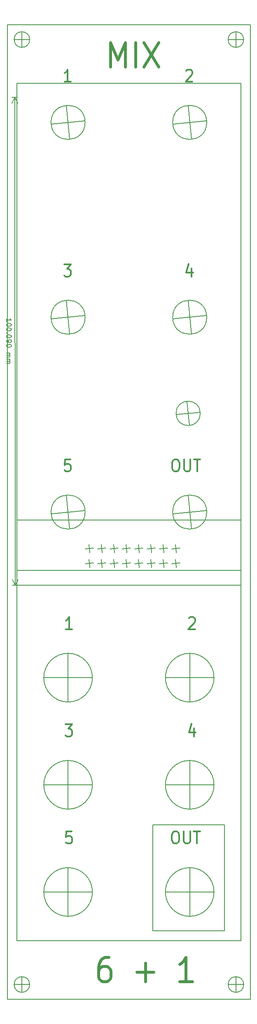
<source format=gbr>
%TF.GenerationSoftware,KiCad,Pcbnew,(5.1.9)-1*%
%TF.CreationDate,2021-08-22T20:59:49+01:00*%
%TF.ProjectId,KOSMOS Simple Mixer,4b4f534d-4f53-4205-9369-6d706c65204d,rev?*%
%TF.SameCoordinates,Original*%
%TF.FileFunction,OtherDrawing,Comment*%
%FSLAX46Y46*%
G04 Gerber Fmt 4.6, Leading zero omitted, Abs format (unit mm)*
G04 Created by KiCad (PCBNEW (5.1.9)-1) date 2021-08-22 20:59:49*
%MOMM*%
%LPD*%
G01*
G04 APERTURE LIST*
%ADD10C,0.150000*%
%ADD11C,0.312500*%
%ADD12C,0.625000*%
%ADD13C,0.200000*%
G04 APERTURE END LIST*
D10*
X16206950Y-75337823D02*
X16206836Y-74766394D01*
X16206893Y-75052109D02*
X17206893Y-75051909D01*
X17064016Y-74956699D01*
X16968759Y-74861480D01*
X16921121Y-74766252D01*
X17207073Y-75956671D02*
X17207092Y-76051909D01*
X17159492Y-76147156D01*
X17111883Y-76194785D01*
X17016654Y-76242423D01*
X16826188Y-76290080D01*
X16588092Y-76290128D01*
X16397607Y-76242547D01*
X16302359Y-76194947D01*
X16254731Y-76147337D01*
X16207092Y-76052109D01*
X16207073Y-75956871D01*
X16254673Y-75861623D01*
X16302283Y-75813994D01*
X16397512Y-75766356D01*
X16587978Y-75718699D01*
X16826073Y-75718652D01*
X17016559Y-75766233D01*
X17111807Y-75813833D01*
X17159435Y-75861442D01*
X17207073Y-75956671D01*
X17207264Y-76909052D02*
X17207283Y-77004290D01*
X17159683Y-77099537D01*
X17112073Y-77147166D01*
X17016845Y-77194804D01*
X16826378Y-77242461D01*
X16588283Y-77242509D01*
X16397797Y-77194928D01*
X16302549Y-77147328D01*
X16254921Y-77099718D01*
X16207283Y-77004490D01*
X16207264Y-76909251D01*
X16254864Y-76814004D01*
X16302473Y-76766375D01*
X16397702Y-76718737D01*
X16588169Y-76671080D01*
X16826264Y-76671033D01*
X17016749Y-76718614D01*
X17111997Y-76766214D01*
X17159626Y-76813823D01*
X17207264Y-76909052D01*
X16302654Y-77671137D02*
X16255045Y-77718766D01*
X16207416Y-77671156D01*
X16255026Y-77623528D01*
X16302654Y-77671137D01*
X16207416Y-77671156D01*
X17207549Y-78337623D02*
X17207568Y-78432861D01*
X17159968Y-78528109D01*
X17112359Y-78575737D01*
X17017130Y-78623375D01*
X16826663Y-78671032D01*
X16588568Y-78671080D01*
X16398082Y-78623499D01*
X16302835Y-78575899D01*
X16255206Y-78528290D01*
X16207568Y-78433061D01*
X16207549Y-78337823D01*
X16255149Y-78242575D01*
X16302759Y-78194947D01*
X16397987Y-78147309D01*
X16588454Y-78099652D01*
X16826549Y-78099604D01*
X17017035Y-78147185D01*
X17112283Y-78194785D01*
X17159911Y-78242394D01*
X17207549Y-78337623D01*
X16207711Y-79147347D02*
X16207749Y-79337823D01*
X16255387Y-79433051D01*
X16303016Y-79480661D01*
X16445892Y-79575871D01*
X16636378Y-79623451D01*
X17017330Y-79623375D01*
X17112559Y-79575737D01*
X17160168Y-79528109D01*
X17207768Y-79432861D01*
X17207730Y-79242385D01*
X17160092Y-79147156D01*
X17112463Y-79099547D01*
X17017216Y-79051947D01*
X16779121Y-79051994D01*
X16683892Y-79099632D01*
X16636282Y-79147261D01*
X16588682Y-79242509D01*
X16588720Y-79432985D01*
X16636359Y-79528213D01*
X16683987Y-79575823D01*
X16779235Y-79623423D01*
X17207930Y-80242385D02*
X17207949Y-80337623D01*
X17160349Y-80432871D01*
X17112739Y-80480499D01*
X17017511Y-80528137D01*
X16827044Y-80575794D01*
X16588949Y-80575842D01*
X16398463Y-80528261D01*
X16303216Y-80480661D01*
X16255587Y-80433051D01*
X16207949Y-80337823D01*
X16207930Y-80242585D01*
X16255530Y-80147337D01*
X16303139Y-80099709D01*
X16398368Y-80052070D01*
X16588835Y-80004413D01*
X16826930Y-80004366D01*
X17017416Y-80051947D01*
X17112663Y-80099547D01*
X17160292Y-80147156D01*
X17207930Y-80242385D01*
X16208234Y-81766394D02*
X16874901Y-81766261D01*
X16779663Y-81766280D02*
X16827291Y-81813890D01*
X16874930Y-81909118D01*
X16874958Y-82051975D01*
X16827358Y-82147223D01*
X16732129Y-82194861D01*
X16208320Y-82194966D01*
X16732129Y-82194861D02*
X16827377Y-82242461D01*
X16875015Y-82337690D01*
X16875044Y-82480547D01*
X16827444Y-82575794D01*
X16732215Y-82623432D01*
X16208406Y-82623537D01*
X16208501Y-83099728D02*
X16875167Y-83099594D01*
X16779929Y-83099613D02*
X16827558Y-83147223D01*
X16875196Y-83242451D01*
X16875224Y-83385309D01*
X16827624Y-83480556D01*
X16732396Y-83528194D01*
X16208586Y-83528299D01*
X16732396Y-83528194D02*
X16827644Y-83575794D01*
X16875282Y-83671023D01*
X16875310Y-83813880D01*
X16827710Y-83909128D01*
X16732482Y-83956766D01*
X16208672Y-83956870D01*
X17950140Y-29340092D02*
X17970140Y-129430092D01*
X18410000Y-29340000D02*
X17363719Y-29340209D01*
X18430000Y-129430000D02*
X17383719Y-129430209D01*
X17970140Y-129430092D02*
X17383494Y-128303705D01*
X17970140Y-129430092D02*
X18556336Y-128303471D01*
X17950140Y-29340092D02*
X17363944Y-30466713D01*
X17950140Y-29340092D02*
X18536786Y-30466479D01*
D11*
X29716854Y-138508791D02*
X28431140Y-138508791D01*
X29073997Y-138508791D02*
X29073997Y-136008791D01*
X28859711Y-136365934D01*
X28645426Y-136604029D01*
X28431140Y-136723077D01*
X28041929Y-63617434D02*
X29434786Y-63617434D01*
X28684786Y-64569815D01*
X29006215Y-64569815D01*
X29220501Y-64688862D01*
X29327643Y-64807910D01*
X29434786Y-65046005D01*
X29434786Y-65641243D01*
X29327643Y-65879339D01*
X29220501Y-65998386D01*
X29006215Y-66117434D01*
X28363358Y-66117434D01*
X28149072Y-65998386D01*
X28041929Y-65879339D01*
D12*
X37604692Y-23071325D02*
X37604692Y-18071325D01*
X39104692Y-21642754D01*
X40604692Y-18071325D01*
X40604692Y-23071325D01*
X42747549Y-23071325D02*
X42747549Y-18071325D01*
X44461835Y-18071325D02*
X47461835Y-23071325D01*
X47461835Y-18071325D02*
X44461835Y-23071325D01*
X37230255Y-205823100D02*
X36373112Y-205823100D01*
X35944540Y-206061196D01*
X35730255Y-206299291D01*
X35301683Y-207013576D01*
X35087397Y-207965957D01*
X35087397Y-209870719D01*
X35301683Y-210346910D01*
X35515969Y-210585005D01*
X35944540Y-210823100D01*
X36801683Y-210823100D01*
X37230255Y-210585005D01*
X37444540Y-210346910D01*
X37658826Y-209870719D01*
X37658826Y-208680243D01*
X37444540Y-208204053D01*
X37230255Y-207965957D01*
X36801683Y-207727862D01*
X35944540Y-207727862D01*
X35515969Y-207965957D01*
X35301683Y-208204053D01*
X35087397Y-208680243D01*
X43015969Y-208918338D02*
X46444540Y-208918338D01*
X44730255Y-210823100D02*
X44730255Y-207013576D01*
X54373112Y-210823100D02*
X51801683Y-210823100D01*
X53087397Y-210823100D02*
X53087397Y-205823100D01*
X52658826Y-206537386D01*
X52230255Y-207013576D01*
X51801683Y-207251672D01*
D11*
X28323997Y-158008791D02*
X29716854Y-158008791D01*
X28966854Y-158961172D01*
X29288283Y-158961172D01*
X29502569Y-159080219D01*
X29609711Y-159199267D01*
X29716854Y-159437362D01*
X29716854Y-160032600D01*
X29609711Y-160270696D01*
X29502569Y-160389743D01*
X29288283Y-160508791D01*
X28645426Y-160508791D01*
X28431140Y-160389743D01*
X28323997Y-160270696D01*
X29716854Y-138508791D02*
X28431140Y-138508791D01*
X29073997Y-138508791D02*
X29073997Y-136008791D01*
X28859711Y-136365934D01*
X28645426Y-136604029D01*
X28431140Y-136723077D01*
D12*
X37230255Y-205823100D02*
X36373112Y-205823100D01*
X35944540Y-206061196D01*
X35730255Y-206299291D01*
X35301683Y-207013576D01*
X35087397Y-207965957D01*
X35087397Y-209870719D01*
X35301683Y-210346910D01*
X35515969Y-210585005D01*
X35944540Y-210823100D01*
X36801683Y-210823100D01*
X37230255Y-210585005D01*
X37444540Y-210346910D01*
X37658826Y-209870719D01*
X37658826Y-208680243D01*
X37444540Y-208204053D01*
X37230255Y-207965957D01*
X36801683Y-207727862D01*
X35944540Y-207727862D01*
X35515969Y-207965957D01*
X35301683Y-208204053D01*
X35087397Y-208680243D01*
X43015969Y-208918338D02*
X46444540Y-208918338D01*
X44730255Y-210823100D02*
X44730255Y-207013576D01*
X54373112Y-210823100D02*
X51801683Y-210823100D01*
X53087397Y-210823100D02*
X53087397Y-205823100D01*
X52658826Y-206537386D01*
X52230255Y-207013576D01*
X51801683Y-207251672D01*
D11*
X53149072Y-23855529D02*
X53256215Y-23736482D01*
X53470501Y-23617434D01*
X54006215Y-23617434D01*
X54220501Y-23736482D01*
X54327643Y-23855529D01*
X54434786Y-24093624D01*
X54434786Y-24331720D01*
X54327643Y-24688862D01*
X53041929Y-26117434D01*
X54434786Y-26117434D01*
X29327643Y-103617434D02*
X28256215Y-103617434D01*
X28149072Y-104807910D01*
X28256215Y-104688862D01*
X28470501Y-104569815D01*
X29006215Y-104569815D01*
X29220501Y-104688862D01*
X29327643Y-104807910D01*
X29434786Y-105046005D01*
X29434786Y-105641243D01*
X29327643Y-105879339D01*
X29220501Y-105998386D01*
X29006215Y-106117434D01*
X28470501Y-106117434D01*
X28256215Y-105998386D01*
X28149072Y-105879339D01*
D12*
X37604692Y-23071325D02*
X37604692Y-18071325D01*
X39104692Y-21642754D01*
X40604692Y-18071325D01*
X40604692Y-23071325D01*
X42747549Y-23071325D02*
X42747549Y-18071325D01*
X44461835Y-18071325D02*
X47461835Y-23071325D01*
X47461835Y-18071325D02*
X44461835Y-23071325D01*
D11*
X29434786Y-26117434D02*
X28149072Y-26117434D01*
X28791929Y-26117434D02*
X28791929Y-23617434D01*
X28577643Y-23974577D01*
X28363358Y-24212672D01*
X28149072Y-24331720D01*
X53709107Y-136246886D02*
X53816250Y-136127839D01*
X54030536Y-136008791D01*
X54566250Y-136008791D01*
X54780536Y-136127839D01*
X54887678Y-136246886D01*
X54994821Y-136484981D01*
X54994821Y-136723077D01*
X54887678Y-137080219D01*
X53601964Y-138508791D01*
X54994821Y-138508791D01*
X29609711Y-180008791D02*
X28538283Y-180008791D01*
X28431140Y-181199267D01*
X28538283Y-181080219D01*
X28752569Y-180961172D01*
X29288283Y-180961172D01*
X29502569Y-181080219D01*
X29609711Y-181199267D01*
X29716854Y-181437362D01*
X29716854Y-182032600D01*
X29609711Y-182270696D01*
X29502569Y-182389743D01*
X29288283Y-182508791D01*
X28752569Y-182508791D01*
X28538283Y-182389743D01*
X28431140Y-182270696D01*
X28323997Y-158008791D02*
X29716854Y-158008791D01*
X28966854Y-158961172D01*
X29288283Y-158961172D01*
X29502569Y-159080219D01*
X29609711Y-159199267D01*
X29716854Y-159437362D01*
X29716854Y-160032600D01*
X29609711Y-160270696D01*
X29502569Y-160389743D01*
X29288283Y-160508791D01*
X28645426Y-160508791D01*
X28431140Y-160389743D01*
X28323997Y-160270696D01*
X29609711Y-180008791D02*
X28538283Y-180008791D01*
X28431140Y-181199267D01*
X28538283Y-181080219D01*
X28752569Y-180961172D01*
X29288283Y-180961172D01*
X29502569Y-181080219D01*
X29609711Y-181199267D01*
X29716854Y-181437362D01*
X29716854Y-182032600D01*
X29609711Y-182270696D01*
X29502569Y-182389743D01*
X29288283Y-182508791D01*
X28752569Y-182508791D01*
X28538283Y-182389743D01*
X28431140Y-182270696D01*
X50789229Y-103617434D02*
X51217801Y-103617434D01*
X51432086Y-103736482D01*
X51646372Y-103974577D01*
X51753515Y-104450767D01*
X51753515Y-105284101D01*
X51646372Y-105760291D01*
X51432086Y-105998386D01*
X51217801Y-106117434D01*
X50789229Y-106117434D01*
X50574944Y-105998386D01*
X50360658Y-105760291D01*
X50253515Y-105284101D01*
X50253515Y-104450767D01*
X50360658Y-103974577D01*
X50574944Y-103736482D01*
X50789229Y-103617434D01*
X52717801Y-103617434D02*
X52717801Y-105641243D01*
X52824944Y-105879339D01*
X52932086Y-105998386D01*
X53146372Y-106117434D01*
X53574944Y-106117434D01*
X53789229Y-105998386D01*
X53896372Y-105879339D01*
X54003515Y-105641243D01*
X54003515Y-103617434D01*
X54753515Y-103617434D02*
X56039229Y-103617434D01*
X55396372Y-106117434D02*
X55396372Y-103617434D01*
X54220501Y-64450767D02*
X54220501Y-66117434D01*
X53684786Y-63498386D02*
X53149072Y-65284101D01*
X54541929Y-65284101D01*
X53149072Y-23855529D02*
X53256215Y-23736482D01*
X53470501Y-23617434D01*
X54006215Y-23617434D01*
X54220501Y-23736482D01*
X54327643Y-23855529D01*
X54434786Y-24093624D01*
X54434786Y-24331720D01*
X54327643Y-24688862D01*
X53041929Y-26117434D01*
X54434786Y-26117434D01*
X28041929Y-63617434D02*
X29434786Y-63617434D01*
X28684786Y-64569815D01*
X29006215Y-64569815D01*
X29220501Y-64688862D01*
X29327643Y-64807910D01*
X29434786Y-65046005D01*
X29434786Y-65641243D01*
X29327643Y-65879339D01*
X29220501Y-65998386D01*
X29006215Y-66117434D01*
X28363358Y-66117434D01*
X28149072Y-65998386D01*
X28041929Y-65879339D01*
X54780536Y-158842124D02*
X54780536Y-160508791D01*
X54244821Y-157889743D02*
X53709107Y-159675458D01*
X55101964Y-159675458D01*
X54780536Y-158842124D02*
X54780536Y-160508791D01*
X54244821Y-157889743D02*
X53709107Y-159675458D01*
X55101964Y-159675458D01*
X29434786Y-26117434D02*
X28149072Y-26117434D01*
X28791929Y-26117434D02*
X28791929Y-23617434D01*
X28577643Y-23974577D01*
X28363358Y-24212672D01*
X28149072Y-24331720D01*
X53709107Y-136246886D02*
X53816250Y-136127839D01*
X54030536Y-136008791D01*
X54566250Y-136008791D01*
X54780536Y-136127839D01*
X54887678Y-136246886D01*
X54994821Y-136484981D01*
X54994821Y-136723077D01*
X54887678Y-137080219D01*
X53601964Y-138508791D01*
X54994821Y-138508791D01*
X50743794Y-180008791D02*
X51172366Y-180008791D01*
X51386651Y-180127839D01*
X51600937Y-180365934D01*
X51708080Y-180842124D01*
X51708080Y-181675458D01*
X51600937Y-182151648D01*
X51386651Y-182389743D01*
X51172366Y-182508791D01*
X50743794Y-182508791D01*
X50529509Y-182389743D01*
X50315223Y-182151648D01*
X50208080Y-181675458D01*
X50208080Y-180842124D01*
X50315223Y-180365934D01*
X50529509Y-180127839D01*
X50743794Y-180008791D01*
X52672366Y-180008791D02*
X52672366Y-182032600D01*
X52779509Y-182270696D01*
X52886651Y-182389743D01*
X53100937Y-182508791D01*
X53529509Y-182508791D01*
X53743794Y-182389743D01*
X53850937Y-182270696D01*
X53958080Y-182032600D01*
X53958080Y-180008791D01*
X54708080Y-180008791D02*
X55993794Y-180008791D01*
X55350937Y-182508791D02*
X55350937Y-180008791D01*
X54220501Y-64450767D02*
X54220501Y-66117434D01*
X53684786Y-63498386D02*
X53149072Y-65284101D01*
X54541929Y-65284101D01*
X50743794Y-180008791D02*
X51172366Y-180008791D01*
X51386651Y-180127839D01*
X51600937Y-180365934D01*
X51708080Y-180842124D01*
X51708080Y-181675458D01*
X51600937Y-182151648D01*
X51386651Y-182389743D01*
X51172366Y-182508791D01*
X50743794Y-182508791D01*
X50529509Y-182389743D01*
X50315223Y-182151648D01*
X50208080Y-181675458D01*
X50208080Y-180842124D01*
X50315223Y-180365934D01*
X50529509Y-180127839D01*
X50743794Y-180008791D01*
X52672366Y-180008791D02*
X52672366Y-182032600D01*
X52779509Y-182270696D01*
X52886651Y-182389743D01*
X53100937Y-182508791D01*
X53529509Y-182508791D01*
X53743794Y-182389743D01*
X53850937Y-182270696D01*
X53958080Y-182032600D01*
X53958080Y-180008791D01*
X54708080Y-180008791D02*
X55993794Y-180008791D01*
X55350937Y-182508791D02*
X55350937Y-180008791D01*
X29327643Y-103617434D02*
X28256215Y-103617434D01*
X28149072Y-104807910D01*
X28256215Y-104688862D01*
X28470501Y-104569815D01*
X29006215Y-104569815D01*
X29220501Y-104688862D01*
X29327643Y-104807910D01*
X29434786Y-105046005D01*
X29434786Y-105641243D01*
X29327643Y-105879339D01*
X29220501Y-105998386D01*
X29006215Y-106117434D01*
X28470501Y-106117434D01*
X28256215Y-105998386D01*
X28149072Y-105879339D01*
X50789229Y-103617434D02*
X51217801Y-103617434D01*
X51432086Y-103736482D01*
X51646372Y-103974577D01*
X51753515Y-104450767D01*
X51753515Y-105284101D01*
X51646372Y-105760291D01*
X51432086Y-105998386D01*
X51217801Y-106117434D01*
X50789229Y-106117434D01*
X50574944Y-105998386D01*
X50360658Y-105760291D01*
X50253515Y-105284101D01*
X50253515Y-104450767D01*
X50360658Y-103974577D01*
X50574944Y-103736482D01*
X50789229Y-103617434D01*
X52717801Y-103617434D02*
X52717801Y-105641243D01*
X52824944Y-105879339D01*
X52932086Y-105998386D01*
X53146372Y-106117434D01*
X53574944Y-106117434D01*
X53789229Y-105998386D01*
X53896372Y-105879339D01*
X54003515Y-105641243D01*
X54003515Y-103617434D01*
X54753515Y-103617434D02*
X56039229Y-103617434D01*
X55396372Y-106117434D02*
X55396372Y-103617434D01*
D13*
X20970000Y-211450000D02*
G75*
G03*
X20970000Y-211450000I-1600000J0D01*
G01*
X61770000Y-211450000D02*
X64970000Y-211450000D01*
X38206300Y-124099999D02*
X38373699Y-125799999D01*
X63370000Y-15849999D02*
X63370000Y-19049999D01*
X51117466Y-94425368D02*
X55983966Y-93959092D01*
X53316466Y-91756968D02*
X53794866Y-96613568D01*
X51839999Y-124865999D02*
X50139999Y-125034000D01*
X56056299Y-94191695D02*
G75*
G03*
X56056299Y-94191695I-2500000J0D01*
G01*
X46759999Y-124865999D02*
X45059999Y-125034000D01*
X57303399Y-34111799D02*
X50436599Y-34788199D01*
X43286299Y-124099999D02*
X43453699Y-125799999D01*
X36600000Y-124865999D02*
X34900000Y-125034000D01*
X49299999Y-124865999D02*
X47599999Y-125034000D01*
X19370000Y-15849999D02*
X19370000Y-19049999D01*
X48366299Y-124099999D02*
X48533699Y-125799999D01*
X17770000Y-211450000D02*
X20970000Y-211450000D01*
X64970000Y-17450000D02*
G75*
G03*
X64970000Y-17450000I-1600000J0D01*
G01*
X44220000Y-124865999D02*
X42519999Y-125034000D01*
X20970000Y-17450000D02*
G75*
G03*
X20970000Y-17450000I-1600000J0D01*
G01*
X45826299Y-124099999D02*
X45993699Y-125799999D01*
X19370000Y-209849999D02*
X19370000Y-213049999D01*
X50906299Y-124099999D02*
X51073699Y-125799999D01*
X57303399Y-114111799D02*
X50436599Y-114788199D01*
X17770000Y-17450000D02*
X20970000Y-17450000D01*
X41680000Y-124865999D02*
X39979999Y-125034000D01*
X53531800Y-31016599D02*
X54208199Y-37883399D01*
X63370000Y-209849999D02*
X63370000Y-213049999D01*
X61770000Y-17450000D02*
X64970000Y-17450000D01*
X64970000Y-211450000D02*
G75*
G03*
X64970000Y-211450000I-1600000J0D01*
G01*
X40746299Y-124099999D02*
X40913700Y-125799999D01*
X34059999Y-124865999D02*
X32359999Y-125034000D01*
X39139999Y-124865999D02*
X37440000Y-125034000D01*
X53531800Y-71016599D02*
X54208199Y-77883399D01*
X53531800Y-111016599D02*
X54208199Y-117883399D01*
X57303399Y-74111799D02*
X50436599Y-74788199D01*
X35666300Y-124099999D02*
X35833699Y-125799999D01*
X33126299Y-124099999D02*
X33293699Y-125799999D01*
X57370000Y-34450000D02*
G75*
G03*
X57370000Y-34450000I-3500000J0D01*
G01*
X57370000Y-74450000D02*
G75*
G03*
X57370000Y-74450000I-3500000J0D01*
G01*
X57370000Y-114450000D02*
G75*
G03*
X57370000Y-114450000I-3500000J0D01*
G01*
X64970000Y-17450000D02*
G75*
G03*
X64970000Y-17450000I-1600000J0D01*
G01*
X19370000Y-15849999D02*
X19370000Y-19049999D01*
X63370000Y-209849999D02*
X63370000Y-213049999D01*
X32370000Y-114450000D02*
G75*
G03*
X32370000Y-114450000I-3500000J0D01*
G01*
X32303399Y-114111799D02*
X25436599Y-114788199D01*
X28531800Y-111016599D02*
X29208199Y-117883399D01*
X32303399Y-34111799D02*
X25436599Y-34788199D01*
X28870000Y-143450000D02*
X28870000Y-153450000D01*
X48870000Y-170450000D02*
X58870000Y-170450000D01*
X23870000Y-192450000D02*
X33870000Y-192450000D01*
X33870000Y-192450000D02*
G75*
G03*
X33870000Y-192450000I-5000000J0D01*
G01*
X20970000Y-17450000D02*
G75*
G03*
X20970000Y-17450000I-1600000J0D01*
G01*
X44220000Y-121865999D02*
X42519999Y-122034000D01*
X32370000Y-74450000D02*
G75*
G03*
X32370000Y-74450000I-3500000J0D01*
G01*
X23870000Y-148450000D02*
X33870000Y-148450000D01*
X58870000Y-148450000D02*
G75*
G03*
X58870000Y-148450000I-5000000J0D01*
G01*
X28870000Y-187450000D02*
X28870000Y-197450000D01*
X66370000Y-214450000D02*
X66370000Y-14450000D01*
X45826299Y-121099999D02*
X45993699Y-122799999D01*
X28870000Y-165450000D02*
X28870000Y-175450000D01*
X58870000Y-170450000D02*
G75*
G03*
X58870000Y-170450000I-5000000J0D01*
G01*
X53870000Y-143450000D02*
X53870000Y-153450000D01*
X32303399Y-74111799D02*
X25436599Y-74788199D01*
X48870000Y-148450000D02*
X58870000Y-148450000D01*
X28531800Y-71016599D02*
X29208199Y-77883399D01*
X32370000Y-34450000D02*
G75*
G03*
X32370000Y-34450000I-3500000J0D01*
G01*
X28531800Y-31016599D02*
X29208199Y-37883399D01*
X63370000Y-15849999D02*
X63370000Y-19049999D01*
X46248724Y-200422546D02*
X46248724Y-178670035D01*
X60987045Y-200422546D02*
X46248724Y-200422546D01*
X60987045Y-178670035D02*
X60987045Y-200422546D01*
X48366299Y-121099999D02*
X48533699Y-122799999D01*
X18370000Y-116131839D02*
X18370000Y-202450000D01*
X17770000Y-211450000D02*
X20970000Y-211450000D01*
X43286299Y-121099999D02*
X43453699Y-122799999D01*
X46248724Y-178670035D02*
X60987045Y-178670035D01*
X33870000Y-148450000D02*
G75*
G03*
X33870000Y-148450000I-5000000J0D01*
G01*
X23870000Y-170450000D02*
X33870000Y-170450000D01*
X16370000Y-14450000D02*
X16370000Y-214450000D01*
X64970000Y-211450000D02*
G75*
G03*
X64970000Y-211450000I-1600000J0D01*
G01*
X33870000Y-170450000D02*
G75*
G03*
X33870000Y-170450000I-5000000J0D01*
G01*
X53870000Y-165450000D02*
X53870000Y-175450000D01*
X53870000Y-187450000D02*
X53870000Y-197450000D01*
X64370000Y-202450000D02*
X64370000Y-116131839D01*
X48870000Y-192450000D02*
X58870000Y-192450000D01*
X58870000Y-192450000D02*
G75*
G03*
X58870000Y-192450000I-5000000J0D01*
G01*
X16370000Y-214450000D02*
X66370000Y-214450000D01*
X19370000Y-209849999D02*
X19370000Y-213049999D01*
X17770000Y-17450000D02*
X20970000Y-17450000D01*
X61770000Y-211450000D02*
X64970000Y-211450000D01*
X46759999Y-121865999D02*
X45059999Y-122034000D01*
X64370000Y-116131839D02*
X18370000Y-116131839D01*
X18370000Y-202450000D02*
X64370000Y-202450000D01*
X18370000Y-26450000D02*
X18370000Y-126450000D01*
X64370000Y-26450000D02*
X18370000Y-26450000D01*
X18370000Y-129450000D02*
X64370000Y-129450000D01*
X64370000Y-126450000D02*
X64370000Y-26450000D01*
X66370000Y-14450000D02*
X16370000Y-14450000D01*
X61770000Y-17450000D02*
X64970000Y-17450000D01*
X49299999Y-121865999D02*
X47599999Y-122034000D01*
X51839999Y-121865999D02*
X50139999Y-122034000D01*
X50906299Y-121099999D02*
X51073699Y-122799999D01*
X20970000Y-211450000D02*
G75*
G03*
X20970000Y-211450000I-1600000J0D01*
G01*
X16370000Y-214450000D02*
X66370000Y-214450000D01*
X33870000Y-170450000D02*
G75*
G03*
X33870000Y-170450000I-5000000J0D01*
G01*
X18370000Y-116131839D02*
X18370000Y-202450000D01*
X58870000Y-170450000D02*
G75*
G03*
X58870000Y-170450000I-5000000J0D01*
G01*
X33126299Y-121099999D02*
X33293699Y-122799999D01*
X57303399Y-74111799D02*
X50436599Y-74788199D01*
X53531800Y-31016599D02*
X54208199Y-37883399D01*
X28870000Y-165450000D02*
X28870000Y-175450000D01*
X48870000Y-148450000D02*
X58870000Y-148450000D01*
X56056299Y-94191695D02*
G75*
G03*
X56056299Y-94191695I-2500000J0D01*
G01*
X23870000Y-192450000D02*
X33870000Y-192450000D01*
X53316466Y-91756968D02*
X53794866Y-96613568D01*
X18370000Y-26450000D02*
X18370000Y-126450000D01*
X53531800Y-111016599D02*
X54208199Y-117883399D01*
X57370000Y-34450000D02*
G75*
G03*
X57370000Y-34450000I-3500000J0D01*
G01*
X46248724Y-178670035D02*
X60987045Y-178670035D01*
X32303399Y-34111799D02*
X25436599Y-34788199D01*
X46248724Y-200422546D02*
X46248724Y-178670035D01*
X48870000Y-192450000D02*
X58870000Y-192450000D01*
X33870000Y-192450000D02*
G75*
G03*
X33870000Y-192450000I-5000000J0D01*
G01*
X53531800Y-71016599D02*
X54208199Y-77883399D01*
X28531800Y-111016599D02*
X29208199Y-117883399D01*
X32370000Y-74450000D02*
G75*
G03*
X32370000Y-74450000I-3500000J0D01*
G01*
X18370000Y-126450000D02*
X64370000Y-126450000D01*
X28531800Y-71016599D02*
X29208199Y-77883399D01*
X23870000Y-148450000D02*
X33870000Y-148450000D01*
X58870000Y-192450000D02*
G75*
G03*
X58870000Y-192450000I-5000000J0D01*
G01*
X66370000Y-14450000D02*
X16370000Y-14450000D01*
X32303399Y-114111799D02*
X25436599Y-114788199D01*
X32303399Y-74111799D02*
X25436599Y-74788199D01*
X28870000Y-143450000D02*
X28870000Y-153450000D01*
X33870000Y-148450000D02*
G75*
G03*
X33870000Y-148450000I-5000000J0D01*
G01*
X64370000Y-26450000D02*
X18370000Y-26450000D01*
X16370000Y-14450000D02*
X16370000Y-214450000D01*
X41680000Y-121865999D02*
X39979999Y-122034000D01*
X39139999Y-121865999D02*
X37440000Y-122034000D01*
X35666300Y-121099999D02*
X35833699Y-122799999D01*
X32370000Y-34450000D02*
G75*
G03*
X32370000Y-34450000I-3500000J0D01*
G01*
X53870000Y-187450000D02*
X53870000Y-197450000D01*
X36600000Y-121865999D02*
X34900000Y-122034000D01*
X60987045Y-200422546D02*
X46248724Y-200422546D01*
X51117466Y-94425368D02*
X55983966Y-93959092D01*
X57370000Y-114450000D02*
G75*
G03*
X57370000Y-114450000I-3500000J0D01*
G01*
X66370000Y-214450000D02*
X66370000Y-14450000D01*
X28531800Y-31016599D02*
X29208199Y-37883399D01*
X48870000Y-170450000D02*
X58870000Y-170450000D01*
X64370000Y-126450000D02*
X64370000Y-26450000D01*
X53870000Y-165450000D02*
X53870000Y-175450000D01*
X64370000Y-116131839D02*
X18370000Y-116131839D01*
X18370000Y-202450000D02*
X64370000Y-202450000D01*
X57303399Y-114111799D02*
X50436599Y-114788199D01*
X23870000Y-170450000D02*
X33870000Y-170450000D01*
X60987045Y-178670035D02*
X60987045Y-200422546D01*
X40746299Y-121099999D02*
X40913700Y-122799999D01*
X38206300Y-121099999D02*
X38373699Y-122799999D01*
X57303399Y-34111799D02*
X50436599Y-34788199D01*
X57370000Y-74450000D02*
G75*
G03*
X57370000Y-74450000I-3500000J0D01*
G01*
X58870000Y-148450000D02*
G75*
G03*
X58870000Y-148450000I-5000000J0D01*
G01*
X28870000Y-187450000D02*
X28870000Y-197450000D01*
X32370000Y-114450000D02*
G75*
G03*
X32370000Y-114450000I-3500000J0D01*
G01*
X64370000Y-202450000D02*
X64370000Y-116131839D01*
X34059999Y-121865999D02*
X32359999Y-122034000D01*
X53870000Y-143450000D02*
X53870000Y-153450000D01*
M02*

</source>
